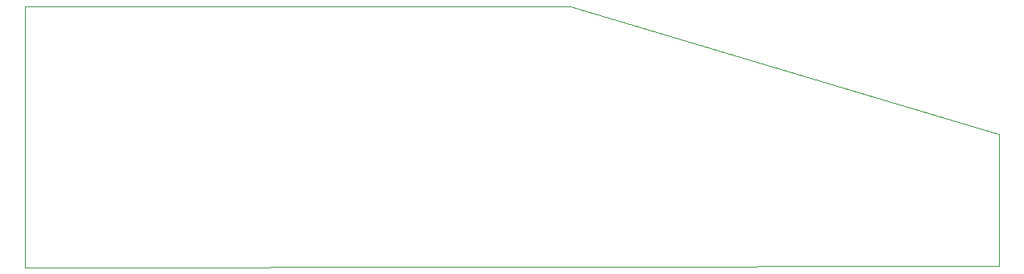
<source format=gm1>
G04 #@! TF.GenerationSoftware,KiCad,Pcbnew,8.0.8*
G04 #@! TF.CreationDate,2025-08-03T03:16:57+05:30*
G04 #@! TF.ProjectId,main,6d61696e-2e6b-4696-9361-645f70636258,rev?*
G04 #@! TF.SameCoordinates,Original*
G04 #@! TF.FileFunction,Profile,NP*
%FSLAX46Y46*%
G04 Gerber Fmt 4.6, Leading zero omitted, Abs format (unit mm)*
G04 Created by KiCad (PCBNEW 8.0.8) date 2025-08-03 03:16:57*
%MOMM*%
%LPD*%
G01*
G04 APERTURE LIST*
G04 #@! TA.AperFunction,Profile*
%ADD10C,0.050000*%
G04 #@! TD*
G04 APERTURE END LIST*
D10*
X156412500Y-53800000D02*
X213725000Y-53800000D01*
X156400000Y-81300000D02*
X156412500Y-53800000D01*
X258812500Y-81200000D02*
X156400000Y-81300000D01*
X258800000Y-67260000D02*
X258812500Y-81200000D01*
X258800000Y-67260000D02*
X213725000Y-53800000D01*
M02*

</source>
